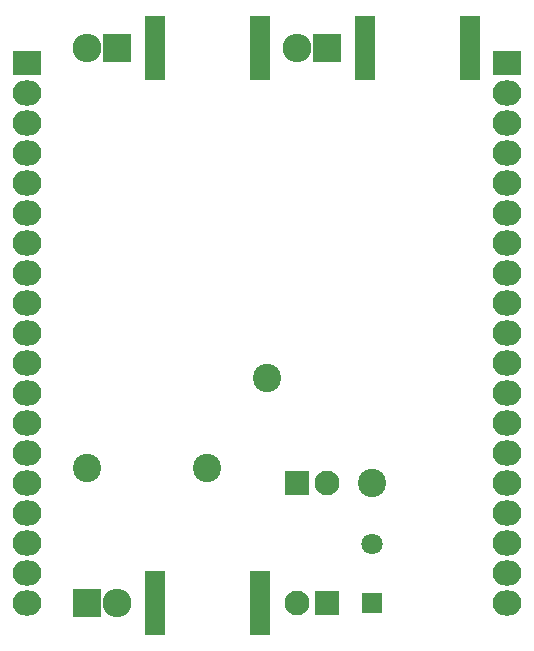
<source format=gbr>
G04 #@! TF.FileFunction,Soldermask,Bot*
%FSLAX46Y46*%
G04 Gerber Fmt 4.6, Leading zero omitted, Abs format (unit mm)*
G04 Created by KiCad (PCBNEW 4.0.3+e1-6302~38~ubuntu16.04.1-stable) date Thu Aug 25 17:22:04 2016*
%MOMM*%
%LPD*%
G01*
G04 APERTURE LIST*
%ADD10C,0.100000*%
%ADD11R,1.800000X1.800000*%
%ADD12C,1.800000*%
%ADD13C,2.099260*%
%ADD14R,2.099260X2.099260*%
%ADD15R,2.432000X2.432000*%
%ADD16O,2.432000X2.432000*%
%ADD17C,2.398980*%
%ADD18C,2.400000*%
%ADD19R,1.670000X5.480000*%
%ADD20R,2.432000X2.127200*%
%ADD21O,2.432000X2.127200*%
G04 APERTURE END LIST*
D10*
D11*
X102870000Y-124460000D03*
D12*
X102870000Y-119460000D03*
D13*
X96522540Y-124460520D03*
D14*
X96522540Y-114300520D03*
D13*
X99057460Y-114299480D03*
D14*
X99057460Y-124459480D03*
D15*
X78740000Y-124460000D03*
D16*
X81280000Y-124460000D03*
D15*
X81280000Y-77470000D03*
D16*
X78740000Y-77470000D03*
D15*
X99060000Y-77470000D03*
D16*
X96520000Y-77470000D03*
D17*
X78740000Y-113030000D03*
X88900000Y-113030000D03*
D18*
X102870000Y-114300000D03*
X93980000Y-105410000D03*
D19*
X111125000Y-77470000D03*
X102235000Y-77470000D03*
X93345000Y-77470000D03*
X84455000Y-77470000D03*
X84455000Y-124460000D03*
X93345000Y-124460000D03*
D20*
X114300000Y-78740000D03*
D21*
X114300000Y-81280000D03*
X114300000Y-83820000D03*
X114300000Y-86360000D03*
X114300000Y-88900000D03*
X114300000Y-91440000D03*
X114300000Y-93980000D03*
X114300000Y-96520000D03*
X114300000Y-99060000D03*
X114300000Y-101600000D03*
X114300000Y-104140000D03*
X114300000Y-106680000D03*
X114300000Y-109220000D03*
X114300000Y-111760000D03*
X114300000Y-114300000D03*
X114300000Y-116840000D03*
X114300000Y-119380000D03*
X114300000Y-121920000D03*
X114300000Y-124460000D03*
D20*
X73660000Y-78740000D03*
D21*
X73660000Y-81280000D03*
X73660000Y-83820000D03*
X73660000Y-86360000D03*
X73660000Y-88900000D03*
X73660000Y-91440000D03*
X73660000Y-93980000D03*
X73660000Y-96520000D03*
X73660000Y-99060000D03*
X73660000Y-101600000D03*
X73660000Y-104140000D03*
X73660000Y-106680000D03*
X73660000Y-109220000D03*
X73660000Y-111760000D03*
X73660000Y-114300000D03*
X73660000Y-116840000D03*
X73660000Y-119380000D03*
X73660000Y-121920000D03*
X73660000Y-124460000D03*
M02*

</source>
